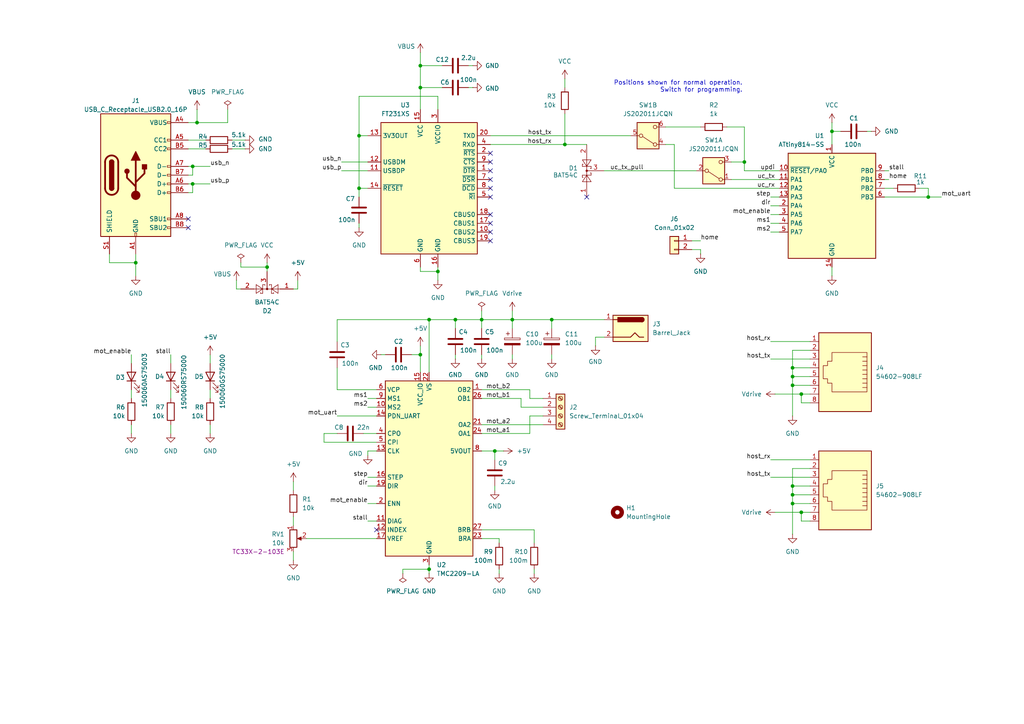
<source format=kicad_sch>
(kicad_sch (version 20231120) (generator "eeschema") (generator_version "8.0")
  (paper "A4")
  (lib_symbols
    (symbol "Connector:Barrel_Jack" (pin_names (offset 1.016))
      (property "Reference" "J" (at 0 5.334 0))
      (property "Value" "Barrel_Jack" (at 0 -5.08 0))
      (symbol "Barrel_Jack_1_1"
        (pin passive line (at 7.62 2.54 180) (length 2.54) (name "~") (number "1"))
        (pin passive line (at 7.62 -2.54 180) (length 2.54) (name "~") (number "2"))
      )
    )
    (symbol "Connector:RJ45" (pin_names (offset 1.016))
      (property "Reference" "J" (at -5.08 13.97 0))
      (property "Value" "RJ45" (at 2.54 13.97 0))
      (symbol "RJ45_1_1"
        (pin passive line (at 10.16 -7.62 180) (length 2.54) (name "~") (number "1"))
        (pin passive line (at 10.16 -5.08 180) (length 2.54) (name "~") (number "2"))
        (pin passive line (at 10.16 -2.54 180) (length 2.54) (name "~") (number "3"))
        (pin passive line (at 10.16 0 180) (length 2.54) (name "~") (number "4"))
        (pin passive line (at 10.16 2.54 180) (length 2.54) (name "~") (number "5"))
        (pin passive line (at 10.16 5.08 180) (length 2.54) (name "~") (number "6"))
        (pin passive line (at 10.16 7.62 180) (length 2.54) (name "~") (number "7"))
        (pin passive line (at 10.16 10.16 180) (length 2.54) (name "~") (number "8"))
      )
    )
    (symbol "Connector:Screw_Terminal_01x04" (pin_names (offset 1.016) hide)
      (property "Reference" "J" (at 0 5.08 0))
      (property "Value" "Screw_Terminal_01x04" (at 0 -7.62 0))
      (symbol "Screw_Terminal_01x04_1_1"
        (pin passive line (at -5.08 2.54 0) (length 3.81) (name "Pin_1") (number "1"))
        (pin passive line (at -5.08 0 0) (length 3.81) (name "Pin_2") (number "2"))
        (pin passive line (at -5.08 -2.54 0) (length 3.81) (name "Pin_3") (number "3"))
        (pin passive line (at -5.08 -5.08 0) (length 3.81) (name "Pin_4") (number "4"))
      )
    )
    (symbol "Connector:USB_C_Receptacle_USB2.0_16P" (pin_names (offset 1.016))
      (property "Reference" "J" (at 0 22.225 0))
      (property "Value" "USB_C_Receptacle_USB2.0_16P" (at 0 19.685 0))
      (symbol "USB_C_Receptacle_USB2.0_16P_1_1"
        (pin passive line (at 0 -22.86 90) (length 5.08) (name "GND") (number "A1"))
        (pin passive line (at 0 -22.86 90) (length 5.08) hide (name "GND") (number "A12"))
        (pin passive line (at 15.24 15.24 180) (length 5.08) (name "VBUS") (number "A4"))
        (pin bidirectional line (at 15.24 10.16 180) (length 5.08) (name "CC1") (number "A5"))
        (pin bidirectional line (at 15.24 -2.54 180) (length 5.08) (name "D+") (number "A6"))
        (pin bidirectional line (at 15.24 2.54 180) (length 5.08) (name "D-") (number "A7"))
        (pin bidirectional line (at 15.24 -12.7 180) (length 5.08) (name "SBU1") (number "A8"))
        (pin passive line (at 15.24 15.24 180) (length 5.08) hide (name "VBUS") (number "A9"))
        (pin passive line (at 0 -22.86 90) (length 5.08) hide (name "GND") (number "B1"))
        (pin passive line (at 0 -22.86 90) (length 5.08) hide (name "GND") (number "B12"))
        (pin passive line (at 15.24 15.24 180) (length 5.08) hide (name "VBUS") (number "B4"))
        (pin bidirectional line (at 15.24 7.62 180) (length 5.08) (name "CC2") (number "B5"))
        (pin bidirectional line (at 15.24 -5.08 180) (length 5.08) (name "D+") (number "B6"))
        (pin bidirectional line (at 15.24 0 180) (length 5.08) (name "D-") (number "B7"))
        (pin bidirectional line (at 15.24 -15.24 180) (length 5.08) (name "SBU2") (number "B8"))
        (pin passive line (at 15.24 15.24 180) (length 5.08) hide (name "VBUS") (number "B9"))
        (pin passive line (at -7.62 -22.86 90) (length 5.08) (name "SHIELD") (number "S1"))
      )
    )
    (symbol "Connector_Generic:Conn_01x02" (pin_names (offset 1.016) hide)
      (property "Reference" "J" (at 0 2.54 0))
      (property "Value" "Conn_01x02" (at 0 -5.08 0))
      (symbol "Conn_01x02_1_1"
        (pin passive line (at -5.08 0 0) (length 3.81) (name "Pin_1") (number "1"))
        (pin passive line (at -5.08 -2.54 0) (length 3.81) (name "Pin_2") (number "2"))
      )
    )
    (symbol "Device:C" (pin_numbers hide) (pin_names (offset 0.254))
      (property "Reference" "C" (at 0.635 2.54 0))
      (property "Value" "C" (at 0.635 -2.54 0))
      (symbol "C_1_1"
        (pin passive line (at 0 3.81 270) (length 2.794) (name "~") (number "1"))
        (pin passive line (at 0 -3.81 90) (length 2.794) (name "~") (number "2"))
      )
    )
    (symbol "Device:C_Polarized" (pin_numbers hide) (pin_names (offset 0.254))
      (property "Reference" "C" (at 0.635 2.54 0))
      (property "Value" "C_Polarized" (at 0.635 -2.54 0))
      (symbol "C_Polarized_1_1"
        (pin passive line (at 0 3.81 270) (length 2.794) (name "~") (number "1"))
        (pin passive line (at 0 -3.81 90) (length 2.794) (name "~") (number "2"))
      )
    )
    (symbol "Device:LED" (pin_numbers hide) (pin_names (offset 1.016) hide)
      (property "Reference" "D" (at 0 2.54 0))
      (property "Value" "LED" (at 0 -2.54 0))
      (symbol "LED_1_1"
        (pin passive line (at -3.81 0 0) (length 2.54) (name "K") (number "1"))
        (pin passive line (at 3.81 0 180) (length 2.54) (name "A") (number "2"))
      )
    )
    (symbol "Device:R" (pin_numbers hide) (pin_names (offset 0))
      (property "Reference" "R" (at 2.032 0 90))
      (property "Value" "R" (at 0 0 90))
      (symbol "R_1_1"
        (pin passive line (at 0 3.81 270) (length 1.27) (name "~") (number "1"))
        (pin passive line (at 0 -3.81 90) (length 1.27) (name "~") (number "2"))
      )
    )
    (symbol "Device:R_Potentiometer" (pin_names (offset 1.016) hide)
      (property "Reference" "RV" (at -4.445 0 90))
      (property "Value" "R_Potentiometer" (at -2.54 0 90))
      (symbol "R_Potentiometer_1_1"
        (pin passive line (at 0 3.81 270) (length 1.27) (name "1") (number "1"))
        (pin passive line (at 3.81 0 180) (length 1.27) (name "2") (number "2"))
        (pin passive line (at 0 -3.81 90) (length 1.27) (name "3") (number "3"))
      )
    )
    (symbol "Diode:BAT54C" (pin_names (offset 1.016))
      (property "Reference" "D" (at 0.635 -3.81 0))
      (property "Value" "BAT54C" (at -6.35 3.175 0))
      (symbol "BAT54C_1_1"
        (pin passive line (at -7.62 0 0) (length 3.81) (name "~") (number "1"))
        (pin passive line (at 7.62 0 180) (length 3.81) (name "~") (number "2"))
        (pin passive line (at 0 -5.08 90) (length 5.08) (name "~") (number "3"))
      )
    )
    (symbol "Driver_Motor:TMC2208-LA"
      (property "Reference" "U2" (at 2.1941 -27.94 0))
      (property "Value" "TMC2208-LA" (at 2.1941 -30.48 0))
      (symbol "TMC2208-LA_1_1"
        (pin output line (at 15.24 22.86 180) (length 2.54) (name "OB2") (number "1"))
        (pin input line (at -15.24 17.78 0) (length 2.54) (name "MS2") (number "10"))
        (pin output line (at -15.24 -15.24 0) (length 2.54) (name "DIAG") (number "11"))
        (pin output line (at -15.24 -17.78 0) (length 2.54) (name "INDEX") (number "12"))
        (pin input line (at -15.24 5.08 0) (length 2.54) (name "CLK") (number "13"))
        (pin bidirectional line (at -15.24 15.24 0) (length 2.54) (name "PDN_UART") (number "14"))
        (pin power_in line (at -2.54 27.94 270) (length 2.54) (name "VCC_IO") (number "15"))
        (pin input line (at -15.24 -2.54 0) (length 2.54) (name "STEP") (number "16"))
        (pin input line (at -15.24 -20.32 0) (length 2.54) (name "VREF") (number "17"))
        (pin passive line (at 0 -27.94 90) (length 2.54) hide (name "GND") (number "18"))
        (pin input line (at -15.24 -5.08 0) (length 2.54) (name "DIR") (number "19"))
        (pin input line (at -15.24 -10.16 0) (length 2.54) (name "ENN") (number "2"))
        (pin no_connect line (at 12.7 -2.54 180) (length 2.54) hide (name "NC") (number "20"))
        (pin output line (at 15.24 12.7 180) (length 2.54) (name "OA2") (number "21"))
        (pin power_in line (at 0 27.94 270) (length 2.54) (name "VS") (number "22"))
        (pin passive line (at 15.24 -20.32 180) (length 2.54) (name "BRA") (number "23"))
        (pin output line (at 15.24 10.16 180) (length 2.54) (name "OA1") (number "24"))
        (pin no_connect line (at 12.7 0 180) (length 2.54) hide (name "NC") (number "25"))
        (pin output line (at 15.24 20.32 180) (length 2.54) (name "OB1") (number "26"))
        (pin passive line (at 15.24 -17.78 180) (length 2.54) (name "BRB") (number "27"))
        (pin passive line (at 0 27.94 270) (length 2.54) hide (name "VS") (number "28"))
        (pin passive line (at 0 -27.94 90) (length 2.54) hide (name "EP") (number "29"))
        (pin power_in line (at 0 -27.94 90) (length 2.54) (name "GND") (number "3"))
        (pin passive line (at -15.24 10.16 0) (length 2.54) (name "CPO") (number "4"))
        (pin passive line (at -15.24 7.62 0) (length 2.54) (name "CPI") (number "5"))
        (pin passive line (at -15.24 22.86 0) (length 2.54) (name "VCP") (number "6"))
        (pin no_connect line (at 12.7 -5.08 180) (length 2.54) hide (name "NC") (number "7"))
        (pin power_out line (at 15.24 5.08 180) (length 2.54) (name "5VOUT") (number "8"))
        (pin input line (at -15.24 20.32 0) (length 2.54) (name "MS1") (number "9"))
      )
    )
    (symbol "Interface_USB:FT231XS"
      (property "Reference" "U" (at -13.97 20.32 0))
      (property "Value" "FT231XS" (at 7.62 20.32 0))
      (symbol "FT231XS_1_1"
        (pin output line (at 17.78 5.08 180) (length 3.81) (name "~{DTR}") (number "1"))
        (pin bidirectional line (at 17.78 -12.7 180) (length 3.81) (name "CBUS2") (number "10"))
        (pin bidirectional line (at -17.78 5.08 0) (length 3.81) (name "USBDP") (number "11"))
        (pin bidirectional line (at -17.78 7.62 0) (length 3.81) (name "USBDM") (number "12"))
        (pin power_out line (at -17.78 15.24 0) (length 3.81) (name "3V3OUT") (number "13"))
        (pin input line (at -17.78 0 0) (length 3.81) (name "~{RESET}") (number "14"))
        (pin power_in line (at -2.54 22.86 270) (length 3.81) (name "VCC") (number "15"))
        (pin power_in line (at 2.54 -22.86 90) (length 3.81) (name "GND") (number "16"))
        (pin bidirectional line (at 17.78 -10.16 180) (length 3.81) (name "CBUS1") (number "17"))
        (pin bidirectional line (at 17.78 -7.62 180) (length 3.81) (name "CBUS0") (number "18"))
        (pin bidirectional line (at 17.78 -15.24 180) (length 3.81) (name "CBUS3") (number "19"))
        (pin output line (at 17.78 10.16 180) (length 3.81) (name "~{RTS}") (number "2"))
        (pin output line (at 17.78 15.24 180) (length 3.81) (name "TXD") (number "20"))
        (pin power_in line (at 2.54 22.86 270) (length 3.81) (name "VCCIO") (number "3"))
        (pin input line (at 17.78 12.7 180) (length 3.81) (name "RXD") (number "4"))
        (pin input line (at 17.78 -2.54 180) (length 3.81) (name "~{RI}") (number "5"))
        (pin power_in line (at -2.54 -22.86 90) (length 3.81) (name "GND") (number "6"))
        (pin input line (at 17.78 2.54 180) (length 3.81) (name "~{DSR}") (number "7"))
        (pin input line (at 17.78 0 180) (length 3.81) (name "~{DCD}") (number "8"))
        (pin input line (at 17.78 7.62 180) (length 3.81) (name "~{CTS}") (number "9"))
      )
    )
    (symbol "MCU_Microchip_ATtiny:ATtiny814-SS"
      (property "Reference" "U" (at -12.7 16.51 0))
      (property "Value" "ATtiny814-SS" (at 2.54 -16.51 0))
      (symbol "ATtiny814-SS_1_1"
        (pin power_in line (at 0 17.78 270) (length 2.54) (name "VCC") (number "1"))
        (pin bidirectional line (at 15.24 10.16 180) (length 2.54) (name "~{RESET}/PA0") (number "10"))
        (pin bidirectional line (at 15.24 7.62 180) (length 2.54) (name "PA1") (number "11"))
        (pin bidirectional line (at 15.24 5.08 180) (length 2.54) (name "PA2") (number "12"))
        (pin bidirectional line (at 15.24 2.54 180) (length 2.54) (name "PA3") (number "13"))
        (pin power_in line (at 0 -17.78 90) (length 2.54) (name "GND") (number "14"))
        (pin bidirectional line (at 15.24 0 180) (length 2.54) (name "PA4") (number "2"))
        (pin bidirectional line (at 15.24 -2.54 180) (length 2.54) (name "PA5") (number "3"))
        (pin bidirectional line (at 15.24 -5.08 180) (length 2.54) (name "PA6") (number "4"))
        (pin bidirectional line (at 15.24 -7.62 180) (length 2.54) (name "PA7") (number "5"))
        (pin bidirectional line (at -15.24 2.54 0) (length 2.54) (name "PB3") (number "6"))
        (pin bidirectional line (at -15.24 5.08 0) (length 2.54) (name "PB2") (number "7"))
        (pin bidirectional line (at -15.24 7.62 0) (length 2.54) (name "PB1") (number "8"))
        (pin bidirectional line (at -15.24 10.16 0) (length 2.54) (name "PB0") (number "9"))
      )
    )
    (symbol "Mechanical:MountingHole" (pin_names (offset 1.016)) (exclude_from_sim yes) (in_bom no)
      (property "Reference" "H" (at 0 5.08 0))
      (property "Value" "MountingHole" (at 0 3.175 0))
    )
    (symbol "Switch:SW_DPDT_x2" (pin_names (offset 0) hide)
      (property "Reference" "SW" (at 0 5.08 0))
      (property "Value" "SW_DPDT_x2" (at 0 -5.08 0))
      (symbol "SW_DPDT_x2_1_1"
        (pin passive line (at 5.08 2.54 180) (length 2.54) (name "A") (number "1"))
        (pin passive line (at -5.08 0 0) (length 2.54) (name "B") (number "2"))
        (pin passive line (at 5.08 -2.54 180) (length 2.54) (name "C") (number "3"))
      )
      (symbol "SW_DPDT_x2_2_1"
        (pin passive line (at 5.08 2.54 180) (length 2.54) (name "A") (number "4"))
        (pin passive line (at -5.08 0 0) (length 2.54) (name "B") (number "5"))
        (pin passive line (at 5.08 -2.54 180) (length 2.54) (name "C") (number "6"))
      )
    )
    (symbol "power:+5V" (power) (pin_numbers hide) (pin_names (offset 0) hide)
      (property "Value" "+5V" (at 0 3.556 0))
      (symbol "+5V_1_1"
        (pin power_in line (at 0 0 90) (length 0) (name "~") (number "1"))
      )
    )
    (symbol "power:GND" (power) (pin_numbers hide) (pin_names (offset 0) hide)
      (property "Value" "GND" (at 0 -3.81 0))
      (symbol "GND_1_1"
        (pin power_in line (at 0 0 270) (length 0) (name "~") (number "1"))
      )
    )
    (symbol "power:PWR_FLAG" (power) (pin_numbers hide) (pin_names (offset 0) hide)
      (property "Value" "PWR_FLAG" (at 0 3.81 0))
      (symbol "PWR_FLAG_0_0"
        (pin power_out line (at 0 0 90) (length 0) (name "~") (number "1"))
      )
    )
    (symbol "power:VBUS" (power) (pin_numbers hide) (pin_names (offset 0) hide)
      (property "Value" "VBUS" (at 0 3.556 0))
      (symbol "VBUS_1_1"
        (pin power_in line (at 0 0 90) (length 0) (name "~") (number "1"))
      )
    )
    (symbol "power:VCC" (power) (pin_numbers hide) (pin_names (offset 0) hide)
      (property "Value" "VCC" (at 0 3.556 0))
      (symbol "VCC_1_1"
        (pin power_in line (at 0 0 90) (length 0) (name "~") (number "1"))
      )
    )
    (symbol "power:Vdrive" (power) (pin_numbers hide) (pin_names (offset 0) hide)
      (property "Value" "Vdrive" (at 0 3.556 0))
      (symbol "Vdrive_1_1"
        (pin power_in line (at 0 0 90) (length 0) (name "~") (number "1"))
      )
    )
  )
  (junction (at 229.87 140.97))
  (junction (at 229.87 111.76))
  (junction (at 143.51 130.81))
  (junction (at 121.92 25.4))
  (junction (at 132.08 92.71))
  (junction (at 121.92 19.05))
  (junction (at 57.15 35.56))
  (junction (at 124.46 165.1))
  (junction (at 215.9 46.99))
  (junction (at 148.59 92.71))
  (junction (at 127 78.74))
  (junction (at 232.41 114.3))
  (junction (at 229.87 106.68))
  (junction (at 39.37 76.2))
  (junction (at 104.14 54.61))
  (junction (at 269.24 57.15))
  (junction (at 55.88 53.34))
  (junction (at 55.88 48.26))
  (junction (at 124.46 92.71))
  (junction (at 232.41 148.59))
  (junction (at 163.83 41.91))
  (junction (at 229.87 146.05))
  (junction (at 121.92 102.87))
  (junction (at 77.47 77.47))
  (junction (at 160.02 92.71))
  (junction (at 139.7 92.71))
  (junction (at 229.87 109.22))
  (junction (at 241.3 38.1))
  (junction (at 104.14 39.37))
  (junction (at 229.87 143.51))
  (no_connect (at 142.24 44.45))
  (no_connect (at 142.24 57.15))
  (no_connect (at 142.24 62.23))
  (no_connect (at 142.24 49.53))
  (no_connect (at 54.61 66.04))
  (no_connect (at 142.24 46.99))
  (no_connect (at 142.24 64.77))
  (no_connect (at 170.18 57.15))
  (no_connect (at 109.22 153.67))
  (no_connect (at 142.24 67.31))
  (no_connect (at 142.24 69.85))
  (no_connect (at 142.24 52.07))
  (no_connect (at 142.24 54.61))
  (no_connect (at 54.61 63.5))
  (wire (pts (xy 175.26 97.79) (xy 172.72 97.79)))
  (wire (pts (xy 144.78 156.21) (xy 139.7 156.21)))
  (wire (pts (xy 106.68 39.37) (xy 104.14 39.37)))
  (wire (pts (xy 128.27 25.4) (xy 121.92 25.4)))
  (wire (pts (xy 163.83 41.91) (xy 163.83 33.02)))
  (wire (pts (xy 234.95 101.6) (xy 229.87 101.6)))
  (wire (pts (xy 241.3 38.1) (xy 241.3 41.91)))
  (wire (pts (xy 148.59 92.71) (xy 160.02 92.71)))
  (wire (pts (xy 57.15 35.56) (xy 57.15 31.75)))
  (wire (pts (xy 106.68 138.43) (xy 109.22 138.43)))
  (wire (pts (xy 157.48 118.11) (xy 151.13 118.11)))
  (wire (pts (xy 106.68 115.57) (xy 109.22 115.57)))
  (wire (pts (xy 124.46 92.71) (xy 124.46 107.95)))
  (wire (pts (xy 77.47 77.47) (xy 77.47 76.2)))
  (wire (pts (xy 234.95 151.13) (xy 232.41 151.13)))
  (wire (pts (xy 148.59 102.87) (xy 148.59 104.14)))
  (wire (pts (xy 119.38 102.87) (xy 121.92 102.87)))
  (wire (pts (xy 124.46 165.1) (xy 124.46 166.37)))
  (wire (pts (xy 151.13 115.57) (xy 139.7 115.57)))
  (wire (pts (xy 223.52 104.14) (xy 234.95 104.14)))
  (wire (pts (xy 55.88 48.26) (xy 60.96 48.26)))
  (wire (pts (xy 203.2 36.83) (xy 193.04 36.83)))
  (wire (pts (xy 54.61 35.56) (xy 57.15 35.56)))
  (wire (pts (xy 116.84 165.1) (xy 124.46 165.1)))
  (wire (pts (xy 182.88 39.37) (xy 142.24 39.37)))
  (wire (pts (xy 144.78 157.48) (xy 144.78 156.21)))
  (wire (pts (xy 153.67 125.73) (xy 139.7 125.73)))
  (wire (pts (xy 223.52 62.23) (xy 226.06 62.23)))
  (wire (pts (xy 38.1 113.03) (xy 38.1 115.57)))
  (wire (pts (xy 106.68 49.53) (xy 99.06 49.53)))
  (wire (pts (xy 137.16 25.4) (xy 135.89 25.4)))
  (wire (pts (xy 104.14 54.61) (xy 106.68 54.61)))
  (wire (pts (xy 67.31 40.64) (xy 71.12 40.64)))
  (wire (pts (xy 132.08 95.25) (xy 132.08 92.71)))
  (wire (pts (xy 66.04 35.56) (xy 57.15 35.56)))
  (wire (pts (xy 69.85 76.2) (xy 69.85 77.47)))
  (wire (pts (xy 132.08 102.87) (xy 132.08 104.14)))
  (wire (pts (xy 66.04 31.75) (xy 66.04 35.56)))
  (wire (pts (xy 106.68 140.97) (xy 109.22 140.97)))
  (wire (pts (xy 121.92 15.24) (xy 121.92 19.05)))
  (wire (pts (xy 121.92 100.33) (xy 121.92 102.87)))
  (wire (pts (xy 97.79 113.03) (xy 109.22 113.03)))
  (wire (pts (xy 142.24 41.91) (xy 163.83 41.91)))
  (wire (pts (xy 148.59 90.17) (xy 148.59 92.71)))
  (wire (pts (xy 85.09 149.86) (xy 85.09 152.4)))
  (wire (pts (xy 139.7 113.03) (xy 153.67 113.03)))
  (wire (pts (xy 55.88 53.34) (xy 55.88 55.88)))
  (wire (pts (xy 104.14 27.94) (xy 104.14 39.37)))
  (wire (pts (xy 223.52 138.43) (xy 234.95 138.43)))
  (wire (pts (xy 69.85 77.47) (xy 77.47 77.47)))
  (wire (pts (xy 229.87 146.05) (xy 229.87 154.94)))
  (wire (pts (xy 127 27.94) (xy 104.14 27.94)))
  (wire (pts (xy 203.2 72.39) (xy 203.2 73.66)))
  (wire (pts (xy 226.06 52.07) (xy 212.09 52.07)))
  (wire (pts (xy 60.96 102.87) (xy 60.96 105.41)))
  (wire (pts (xy 67.31 43.18) (xy 71.12 43.18)))
  (wire (pts (xy 241.3 35.56) (xy 241.3 38.1)))
  (wire (pts (xy 104.14 66.04) (xy 104.14 64.77)))
  (wire (pts (xy 201.93 49.53) (xy 175.26 49.53)))
  (wire (pts (xy 127 77.47) (xy 127 78.74)))
  (wire (pts (xy 128.27 19.05) (xy 121.92 19.05)))
  (wire (pts (xy 106.68 118.11) (xy 109.22 118.11)))
  (wire (pts (xy 60.96 113.03) (xy 60.96 115.57)))
  (wire (pts (xy 232.41 116.84) (xy 232.41 114.3)))
  (wire (pts (xy 54.61 53.34) (xy 55.88 53.34)))
  (wire (pts (xy 223.52 64.77) (xy 226.06 64.77)))
  (wire (pts (xy 266.7 54.61) (xy 269.24 54.61)))
  (wire (pts (xy 31.75 76.2) (xy 39.37 76.2)))
  (wire (pts (xy 224.79 148.59) (xy 232.41 148.59)))
  (wire (pts (xy 97.79 125.73) (xy 93.98 125.73)))
  (wire (pts (xy 215.9 49.53) (xy 215.9 46.99)))
  (wire (pts (xy 106.68 151.13) (xy 109.22 151.13)))
  (wire (pts (xy 121.92 78.74) (xy 127 78.74)))
  (wire (pts (xy 148.59 92.71) (xy 139.7 92.71)))
  (wire (pts (xy 105.41 125.73) (xy 109.22 125.73)))
  (wire (pts (xy 241.3 77.47) (xy 241.3 80.01)))
  (wire (pts (xy 110.49 102.87) (xy 111.76 102.87)))
  (wire (pts (xy 229.87 109.22) (xy 234.95 109.22)))
  (wire (pts (xy 234.95 135.89) (xy 229.87 135.89)))
  (wire (pts (xy 200.66 72.39) (xy 203.2 72.39)))
  (wire (pts (xy 223.52 57.15) (xy 226.06 57.15)))
  (wire (pts (xy 229.87 140.97) (xy 234.95 140.97)))
  (wire (pts (xy 97.79 106.68) (xy 97.79 113.03)))
  (wire (pts (xy 97.79 99.06) (xy 97.79 92.71)))
  (wire (pts (xy 256.54 49.53) (xy 257.81 49.53)))
  (wire (pts (xy 229.87 106.68) (xy 234.95 106.68)))
  (wire (pts (xy 55.88 55.88) (xy 54.61 55.88)))
  (wire (pts (xy 139.7 95.25) (xy 139.7 92.71)))
  (wire (pts (xy 60.96 123.19) (xy 60.96 125.73)))
  (wire (pts (xy 139.7 130.81) (xy 143.51 130.81)))
  (wire (pts (xy 151.13 118.11) (xy 151.13 115.57)))
  (wire (pts (xy 31.75 73.66) (xy 31.75 76.2)))
  (wire (pts (xy 215.9 36.83) (xy 210.82 36.83)))
  (wire (pts (xy 160.02 92.71) (xy 175.26 92.71)))
  (wire (pts (xy 229.87 106.68) (xy 229.87 109.22)))
  (wire (pts (xy 38.1 102.87) (xy 38.1 105.41)))
  (wire (pts (xy 139.7 90.17) (xy 139.7 92.71)))
  (wire (pts (xy 88.9 156.21) (xy 109.22 156.21)))
  (wire (pts (xy 116.84 166.37) (xy 116.84 165.1)))
  (wire (pts (xy 200.66 69.85) (xy 203.2 69.85)))
  (wire (pts (xy 229.87 111.76) (xy 234.95 111.76)))
  (wire (pts (xy 106.68 46.99) (xy 99.06 46.99)))
  (wire (pts (xy 229.87 146.05) (xy 234.95 146.05)))
  (wire (pts (xy 234.95 116.84) (xy 232.41 116.84)))
  (wire (pts (xy 153.67 115.57) (xy 157.48 115.57)))
  (wire (pts (xy 160.02 102.87) (xy 160.02 104.14)))
  (wire (pts (xy 39.37 76.2) (xy 39.37 73.66)))
  (wire (pts (xy 55.88 48.26) (xy 55.88 50.8)))
  (wire (pts (xy 49.53 102.87) (xy 49.53 105.41)))
  (wire (pts (xy 154.94 157.48) (xy 154.94 153.67)))
  (wire (pts (xy 146.05 130.81) (xy 143.51 130.81)))
  (wire (pts (xy 139.7 102.87) (xy 139.7 104.14)))
  (wire (pts (xy 224.79 114.3) (xy 232.41 114.3)))
  (wire (pts (xy 54.61 43.18) (xy 59.69 43.18)))
  (wire (pts (xy 106.68 130.81) (xy 106.68 132.08)))
  (wire (pts (xy 229.87 143.51) (xy 234.95 143.51)))
  (wire (pts (xy 229.87 111.76) (xy 229.87 120.65)))
  (wire (pts (xy 93.98 128.27) (xy 109.22 128.27)))
  (wire (pts (xy 229.87 143.51) (xy 229.87 146.05)))
  (wire (pts (xy 121.92 25.4) (xy 121.92 31.75)))
  (wire (pts (xy 153.67 120.65) (xy 153.67 125.73)))
  (wire (pts (xy 229.87 135.89) (xy 229.87 140.97)))
  (wire (pts (xy 256.54 57.15) (xy 269.24 57.15)))
  (wire (pts (xy 39.37 76.2) (xy 39.37 80.01)))
  (wire (pts (xy 154.94 165.1) (xy 154.94 166.37)))
  (wire (pts (xy 85.09 139.7) (xy 85.09 142.24)))
  (wire (pts (xy 154.94 153.67) (xy 139.7 153.67)))
  (wire (pts (xy 121.92 102.87) (xy 121.92 107.95)))
  (wire (pts (xy 55.88 53.34) (xy 60.96 53.34)))
  (wire (pts (xy 93.98 125.73) (xy 93.98 128.27)))
  (wire (pts (xy 163.83 41.91) (xy 170.18 41.91)))
  (wire (pts (xy 215.9 46.99) (xy 212.09 46.99)))
  (wire (pts (xy 124.46 163.83) (xy 124.46 165.1)))
  (wire (pts (xy 195.58 54.61) (xy 195.58 41.91)))
  (wire (pts (xy 97.79 120.65) (xy 109.22 120.65)))
  (wire (pts (xy 54.61 48.26) (xy 55.88 48.26)))
  (wire (pts (xy 160.02 95.25) (xy 160.02 92.71)))
  (wire (pts (xy 85.09 160.02) (xy 85.09 162.56)))
  (wire (pts (xy 104.14 57.15) (xy 104.14 54.61)))
  (wire (pts (xy 77.47 78.74) (xy 77.47 77.47)))
  (wire (pts (xy 226.06 54.61) (xy 195.58 54.61)))
  (wire (pts (xy 229.87 140.97) (xy 229.87 143.51)))
  (wire (pts (xy 54.61 40.64) (xy 59.69 40.64)))
  (wire (pts (xy 223.52 59.69) (xy 226.06 59.69)))
  (wire (pts (xy 232.41 114.3) (xy 234.95 114.3)))
  (wire (pts (xy 86.36 83.82) (xy 86.36 81.28)))
  (wire (pts (xy 121.92 19.05) (xy 121.92 25.4)))
  (wire (pts (xy 49.53 123.19) (xy 49.53 125.73)))
  (wire (pts (xy 97.79 92.71) (xy 124.46 92.71)))
  (wire (pts (xy 226.06 49.53) (xy 215.9 49.53)))
  (wire (pts (xy 106.68 146.05) (xy 109.22 146.05)))
  (wire (pts (xy 38.1 123.19) (xy 38.1 125.73)))
  (wire (pts (xy 243.84 38.1) (xy 241.3 38.1)))
  (wire (pts (xy 68.58 81.28) (xy 68.58 83.82)))
  (wire (pts (xy 153.67 120.65) (xy 157.48 120.65)))
  (wire (pts (xy 121.92 77.47) (xy 121.92 78.74)))
  (wire (pts (xy 127 31.75) (xy 127 27.94)))
  (wire (pts (xy 139.7 123.19) (xy 157.48 123.19)))
  (wire (pts (xy 104.14 39.37) (xy 104.14 54.61)))
  (wire (pts (xy 252.73 38.1) (xy 251.46 38.1)))
  (wire (pts (xy 256.54 54.61) (xy 259.08 54.61)))
  (wire (pts (xy 109.22 130.81) (xy 106.68 130.81)))
  (wire (pts (xy 132.08 92.71) (xy 124.46 92.71)))
  (wire (pts (xy 55.88 50.8) (xy 54.61 50.8)))
  (wire (pts (xy 223.52 67.31) (xy 226.06 67.31)))
  (wire (pts (xy 215.9 46.99) (xy 215.9 36.83)))
  (wire (pts (xy 269.24 57.15) (xy 273.05 57.15)))
  (wire (pts (xy 269.24 54.61) (xy 269.24 57.15)))
  (wire (pts (xy 144.78 165.1) (xy 144.78 166.37)))
  (wire (pts (xy 143.51 142.24) (xy 143.51 140.97)))
  (wire (pts (xy 153.67 113.03) (xy 153.67 115.57)))
  (wire (pts (xy 139.7 92.71) (xy 132.08 92.71)))
  (wire (pts (xy 148.59 95.25) (xy 148.59 92.71)))
  (wire (pts (xy 49.53 113.03) (xy 49.53 115.57)))
  (wire (pts (xy 85.09 83.82) (xy 86.36 83.82)))
  (wire (pts (xy 232.41 151.13) (xy 232.41 148.59)))
  (wire (pts (xy 143.51 133.35) (xy 143.51 130.81)))
  (wire (pts (xy 163.83 22.86) (xy 163.83 25.4)))
  (wire (pts (xy 229.87 101.6) (xy 229.87 106.68)))
  (wire (pts (xy 69.85 83.82) (xy 68.58 83.82)))
  (wire (pts (xy 223.52 99.06) (xy 234.95 99.06)))
  (wire (pts (xy 172.72 97.79) (xy 172.72 100.33)))
  (wire (pts (xy 229.87 109.22) (xy 229.87 111.76)))
  (wire (pts (xy 256.54 52.07) (xy 257.81 52.07)))
  (wire (pts (xy 195.58 41.91) (xy 193.04 41.91)))
  (wire (pts (xy 127 78.74) (xy 127 81.28)))
  (wire (pts (xy 223.52 133.35) (xy 234.95 133.35)))
  (wire (pts (xy 137.16 19.05) (xy 135.89 19.05)))
  (wire (pts (xy 232.41 148.59) (xy 234.95 148.59)))
  (text "Positions shown for normal operation.\nSwitch for programming." (at 215.392 25.146 0) (effects (font (size 1.27 1.27)) (justify right)))
  (label "mot_b2" (at 140.97 113.03 0))
  (label "ms2" (at 106.68 118.11 180))
  (label "host_tx" (at 223.52 138.43 180))
  (label "ms1" (at 223.52 64.77 180))
  (label "usb_p" (at 60.96 53.34 0))
  (label "updi" (at 224.79 49.53 180))
  (label "home" (at 203.2 69.85 0))
  (label "stall" (at 106.68 151.13 180))
  (label "uc_tx" (at 224.79 52.07 180))
  (label "home" (at 257.81 52.07 0))
  (label "mot_uart" (at 97.79 120.65 180))
  (label "mot_enable" (at 106.68 146.05 180))
  (label "mot_enable" (at 223.52 62.23 180))
  (label "usb_n" (at 60.96 48.26 0))
  (label "uc_tx_pull" (at 186.69 49.53 180))
  (label "host_tx" (at 223.52 104.14 180))
  (label "host_rx" (at 160.02 41.91 180))
  (label "mot_a2" (at 140.97 123.19 0))
  (label "stall" (at 49.53 102.87 180))
  (label "host_rx" (at 223.52 99.06 180))
  (label "host_rx" (at 223.52 133.35 180))
  (label "step" (at 106.68 138.43 180))
  (label "step" (at 223.52 57.15 180))
  (label "mot_uart" (at 273.05 57.15 0))
  (label "ms2" (at 223.52 67.31 180))
  (label "mot_b1" (at 140.97 115.57 0))
  (label "host_tx" (at 160.02 39.37 180))
  (label "mot_enable" (at 38.1 102.87 180))
  (label "ms1" (at 106.68 115.57 180))
  (label "usb_p" (at 99.06 49.53 180))
  (label "dir" (at 223.52 59.69 180))
  (label "usb_n" (at 99.06 46.99 180))
  (label "dir" (at 106.68 140.97 180))
  (label "stall" (at 257.81 49.53 0))
  (label "mot_a1" (at 140.97 125.73 0))
  (label "uc_rx" (at 224.79 54.61 180))
  (symbol (lib_id "power:VBUS") (at 121.92 15.24 0) (mirror y) (unit 1)
    (property "Reference" "#PWR013" (effects (hide yes)))
    (property "Value" "VBUS" (at 117.856 13.462 0))
    (property "Description" "Power symbol creates a global label with name \"VBUS\"" (effects (hide yes)))
  )
  (symbol (lib_id "power:VCC") (at 77.47 76.2 0) (unit 1)
    (property "Reference" "#PWR01" (effects (hide yes)))
    (property "Value" "VCC" (at 77.47 71.12 0))
    (property "Description" "Power symbol creates a global label with name \"VCC\"" (effects (hide yes)))
  )
  (symbol (lib_id "Connector:Barrel_Jack") (at 182.88 95.25 0) (mirror y) (unit 1)
    (property "Reference" "J3" (at 189.23 93.9799 0) (effects (justify right)))
    (property "Value" "Barrel_Jack" (at 189.23 96.5199 0) (effects (justify right)))
    (property "Footprint" "Connector_BarrelJack:BarrelJack_CUI_PJ-079BH_Horizontal" (effects (hide yes)))
    (property "Description" "DC Barrel Jack" (effects (hide yes)))
  )
  (symbol (lib_id "Connector:USB_C_Receptacle_USB2.0_16P") (at 39.37 50.8 0) (unit 1)
    (property "Reference" "J1" (at 39.37 29.21 0))
    (property "Value" "USB_C_Receptacle_USB2.0_16P" (at 39.37 31.75 0))
    (property "Footprint" "Connector_USB:USB_C_Receptacle_GCT_USB4105-xx-A_16P_TopMnt_Horizontal" (effects (hide yes)))
    (property "Datasheet" "https://www.usb.org/sites/default/files/documents/usb_type-c.zip" (effects (hide yes)))
    (property "Description" "USB 2.0-only 16P Type-C Receptacle connector" (effects (hide yes)))
  )
  (symbol (lib_id "Diode:BAT54C") (at 77.47 83.82 180) (unit 1)
    (property "Reference" "D2" (at 77.47 90.17 0))
    (property "Value" "BAT54C" (at 77.47 87.63 0))
    (property "Footprint" "Package_TO_SOT_SMD:SOT-23" (effects (hide yes)))
    (property "Datasheet" "http://www.diodes.com/_files/datasheets/ds11005.pdf" (effects (hide yes)))
    (property "Description" "dual schottky barrier diode, common cathode" (effects (hide yes)))
  )
  (symbol (lib_id "power:GND") (at 229.87 120.65 0) (mirror y) (unit 1)
    (property "Reference" "#PWR033" (effects (hide yes)))
    (property "Value" "GND" (at 229.87 125.73 0))
    (property "Description" "Power symbol creates a global label with name \"GND\" , ground" (effects (hide yes)))
  )
  (symbol (lib_id "Connector:RJ45") (at 245.11 106.68 180) (unit 1)
    (property "Reference" "J4" (at 254 106.6799 0) (effects (justify right)))
    (property "Value" "54602-908LF" (at 254 109.2199 0) (effects (justify right)))
    (property "Footprint" "Connector_RJ:RJ45_Amphenol_54602-x08_Horizontal" (effects (hide yes)))
    (property "Description" "RJ connector, 8P8C (8 positions 8 connected)" (effects (hide yes)))
  )
  (symbol (lib_id "Interface_USB:FT231XS") (at 124.46 54.61 0) (unit 1)
    (property "Reference" "U3" (at 118.9035 30.48 0) (effects (justify right)))
    (property "Value" "FT231XS" (at 118.9035 33.02 0) (effects (justify right)))
    (property "Footprint" "Package_SO:SSOP-20_3.9x8.7mm_P0.635mm" (effects (hide yes)))
    (property "Datasheet" "https://www.ftdichip.com/Support/Documents/DataSheets/ICs/DS_FT231X.pdf" (effects (hide yes)))
    (property "Description" "Full Speed USB to Full Handshake UART, SSOP-20" (effects (hide yes)))
  )
  (symbol (lib_id "power:GND") (at 60.96 125.73 0) (unit 1)
    (property "Reference" "#PWR023" (effects (hide yes)))
    (property "Value" "GND" (at 60.96 130.81 0))
    (property "Description" "Power symbol creates a global label with name \"GND\" , ground" (effects (hide yes)))
  )
  (symbol (lib_id "power:+5V") (at 146.05 130.81 270) (unit 1)
    (property "Reference" "#PWR02" (effects (hide yes)))
    (property "Value" "+5V" (at 149.86 130.8099 90) (effects (justify left)))
    (property "Description" "Power symbol creates a global label with name \"+5V\"" (effects (hide yes)))
  )
  (symbol (lib_id "power:VBUS") (at 57.15 31.75 0) (mirror y) (unit 1)
    (property "Reference" "#PWR017" (effects (hide yes)))
    (property "Value" "VBUS" (at 57.15 26.67 0))
    (property "Description" "Power symbol creates a global label with name \"VBUS\"" (effects (hide yes)))
  )
  (symbol (lib_id "power:+5V") (at 85.09 139.7 0) (unit 1)
    (property "Reference" "#PWR010" (effects (hide yes)))
    (property "Value" "+5V" (at 85.09 134.62 0))
    (property "Description" "Power symbol creates a global label with name \"+5V\"" (effects (hide yes)))
  )
  (symbol (lib_id "power:Vdrive") (at 224.79 114.3 90) (unit 1)
    (property "Reference" "#PWR032" (effects (hide yes)))
    (property "Value" "Vdrive" (at 220.98 114.2999 90) (effects (justify left)))
    (property "Description" "Power symbol creates a global label with name \"Vdrive\"" (effects (hide yes)))
  )
  (symbol (lib_id "power:VCC") (at 241.3 35.56 0) (unit 1)
    (property "Reference" "#PWR012" (effects (hide yes)))
    (property "Value" "VCC" (at 241.3 30.48 0))
    (property "Description" "Power symbol creates a global label with name \"VCC\"" (effects (hide yes)))
  )
  (symbol (lib_id "power:GND") (at 39.37 80.01 0) (mirror y) (unit 1)
    (property "Reference" "#PWR020" (effects (hide yes)))
    (property "Value" "GND" (at 37.338 85.09 0) (effects (justify right)))
    (property "Description" "Power symbol creates a global label with name \"GND\" , ground" (effects (hide yes)))
  )
  (symbol (lib_id "Device:C") (at 132.08 25.4 270) (mirror x) (unit 1)
    (property "Reference" "C6" (at 129.032 23.876 90))
    (property "Value" "100n" (at 135.89 23.114 90))
    (property "Footprint" "Capacitor_SMD:C_0603_1608Metric_Pad1.08x0.95mm_HandSolder" (effects (hide yes)))
    (property "Description" "Unpolarized capacitor" (effects (hide yes)))
  )
  (symbol (lib_id "power:GND") (at 110.49 102.87 270) (unit 1)
    (property "Reference" "#PWR08" (effects (hide yes)))
    (property "Value" "GND" (at 110.998 106.68 90) (effects (justify right)))
    (property "Description" "Power symbol creates a global label with name \"GND\" , ground" (effects (hide yes)))
  )
  (symbol (lib_id "Device:R") (at 60.96 119.38 0) (mirror y) (unit 1)
    (property "Reference" "R8" (at 59.182 118.11 0) (effects (justify left)))
    (property "Value" "10k" (at 59.182 120.65 0) (effects (justify left)))
    (property "Footprint" "Resistor_SMD:R_0603_1608Metric_Pad0.98x0.95mm_HandSolder" (effects (hide yes)))
    (property "Description" "Resistor" (effects (hide yes)))
  )
  (symbol (lib_id "Device:C") (at 132.08 99.06 180) (unit 1)
    (property "Reference" "C4" (at 134.366 96.266 0))
    (property "Value" "100n" (at 135.89 101.6 0))
    (property "Footprint" "Capacitor_SMD:C_0603_1608Metric_Pad1.08x0.95mm_HandSolder" (effects (hide yes)))
    (property "Description" "Unpolarized capacitor" (effects (hide yes)))
  )
  (symbol (lib_id "power:GND") (at 139.7 104.14 0) (unit 1)
    (property "Reference" "#PWR025" (effects (hide yes)))
    (property "Value" "GND" (at 141.732 108.712 0) (effects (justify right)))
    (property "Description" "Power symbol creates a global label with name \"GND\" , ground" (effects (hide yes)))
  )
  (symbol (lib_id "power:+5V") (at 121.92 100.33 0) (unit 1)
    (property "Reference" "#PWR05" (effects (hide yes)))
    (property "Value" "+5V" (at 121.92 95.25 0))
    (property "Description" "Power symbol creates a global label with name \"+5V\"" (effects (hide yes)))
  )
  (symbol (lib_id "Device:C") (at 143.51 137.16 180) (unit 1)
    (property "Reference" "C9" (at 145.796 134.366 0))
    (property "Value" "2.2u" (at 147.32 139.7 0))
    (property "Footprint" "Capacitor_SMD:C_0603_1608Metric_Pad1.08x0.95mm_HandSolder" (effects (hide yes)))
    (property "Description" "Unpolarized capacitor" (effects (hide yes)))
  )
  (symbol (lib_id "Device:R_Potentiometer") (at 85.09 156.21 0) (unit 1)
    (property "Reference" "RV1" (at 82.55 154.9399 0) (effects (justify right)))
    (property "Value" "10k" (at 82.55 157.4799 0) (effects (justify right)))
    (property "Footprint" "Potentiometer_SMD:Potentiometer_Bourns_TC33X_Vertical" (effects (hide yes)))
    (property "Description" "Potentiometer" (effects (hide yes)))
    (property "MPN" "TC33X-2-103E" (at 82.55 160.02 0) (effects (justify right)))
  )
  (symbol (lib_id "Device:R") (at 144.78 161.29 0) (mirror y) (unit 1)
    (property "Reference" "R9" (at 143.002 160.02 0) (effects (justify left)))
    (property "Value" "100m" (at 143.002 162.56 0) (effects (justify left)))
    (property "Footprint" "Resistor_SMD:R_0805_2012Metric_Pad1.20x1.40mm_HandSolder" (effects (hide yes)))
    (property "Description" "Resistor" (effects (hide yes)))
  )
  (symbol (lib_id "Connector:Screw_Terminal_01x04") (at 162.56 118.11 0) (unit 1)
    (property "Reference" "J2" (at 165.1 118.1099 0) (effects (justify left)))
    (property "Value" "Screw_Terminal_01x04" (at 165.1 120.6499 0) (effects (justify left)))
    (property "Footprint" "TerminalBlock:TerminalBlock_bornier-4_P5.08mm" (effects (hide yes)))
    (property "Description" "Generic screw terminal, single row, 01x04, script generated (kicad-library-utils/schlib/autogen/connector/)" (effects (hide yes)))
  )
  (symbol (lib_id "Switch:SW_DPDT_x2") (at 207.01 49.53 0) (mirror x) (unit 1)
    (property "Reference" "SW1" (at 207.01 40.64 0))
    (property "Value" "JS202011JCQN" (at 207.01 43.18 0))
    (property "Footprint" "Button_Switch_SMD:SW_DPDT_CK_JS202011JCQN" (effects (hide yes)))
    (property "Description" "Switch, dual pole double throw, separate symbols" (effects (hide yes)))
  )
  (symbol (lib_id "power:GND") (at 172.72 100.33 0) (unit 1)
    (property "Reference" "#PWR031" (effects (hide yes)))
    (property "Value" "GND" (at 174.752 104.902 0) (effects (justify right)))
    (property "Description" "Power symbol creates a global label with name \"GND\" , ground" (effects (hide yes)))
  )
  (symbol (lib_id "Device:LED") (at 38.1 109.22 90) (unit 1)
    (property "Reference" "D3" (at 33.528 109.474 90) (effects (justify right)))
    (property "Value" "150060AS75003" (at 41.91 102.362 0) (effects (justify right)))
    (property "Footprint" "LED_SMD:LED_0603_1608Metric_Pad1.05x0.95mm_HandSolder" (effects (hide yes)))
    (property "Description" "Light emitting diode" (effects (hide yes)))
  )
  (symbol (lib_id "MCU_Microchip_ATtiny:ATtiny814-SS") (at 241.3 59.69 0) (mirror y) (unit 1)
    (property "Reference" "U1" (at 239.1059 39.37 0) (effects (justify left)))
    (property "Value" "ATtiny814-SS" (at 239.1059 41.91 0) (effects (justify left)))
    (property "Footprint" "Package_SO:SOIC-14_3.9x8.7mm_P1.27mm" (effects (hide yes)))
    (property "Datasheet" "http://ww1.microchip.com/downloads/en/DeviceDoc/40001912A.pdf" (effects (hide yes)))
    (property "Description" "20MHz, 8kB Flash, 512B SRAM, 128B EEPROM, SOIC-14" (effects (hide yes)))
  )
  (symbol (lib_id "power:GND") (at 124.46 166.37 0) (unit 1)
    (property "Reference" "#PWR03" (effects (hide yes)))
    (property "Value" "GND" (at 124.46 171.45 0))
    (property "Description" "Power symbol creates a global label with name \"GND\" , ground" (effects (hide yes)))
  )
  (symbol (lib_id "power:Vdrive") (at 148.59 90.17 0) (unit 1)
    (property "Reference" "#PWR028" (effects (hide yes)))
    (property "Value" "Vdrive" (at 148.59 85.09 0))
    (property "Description" "Power symbol creates a global label with name \"Vdrive\"" (effects (hide yes)))
  )
  (symbol (lib_id "power:GND") (at 104.14 66.04 0) (mirror y) (unit 1)
    (property "Reference" "#PWR015" (effects (hide yes)))
    (property "Value" "GND" (at 102.108 71.12 0) (effects (justify right)))
    (property "Description" "Power symbol creates a global label with name \"GND\" , ground" (effects (hide yes)))
  )
  (symbol (lib_id "Device:C_Polarized") (at 160.02 99.06 0) (unit 1)
    (property "Reference" "C11" (at 163.83 96.9009 0) (effects (justify left)))
    (property "Value" "100u" (at 163.83 99.4409 0) (effects (justify left)))
    (property "Footprint" "Capacitor_SMD:CP_Elec_6.3x9.9" (effects (hide yes)))
    (property "Description" "Polarized capacitor" (effects (hide yes)))
  )
  (symbol (lib_id "power:GND") (at 143.51 142.24 0) (unit 1)
    (property "Reference" "#PWR09" (effects (hide yes)))
    (property "Value" "GND" (at 145.542 146.812 0) (effects (justify right)))
    (property "Description" "Power symbol creates a global label with name \"GND\" , ground" (effects (hide yes)))
  )
  (symbol (lib_id "power:GND") (at 252.73 38.1 90) (mirror x) (unit 1)
    (property "Reference" "#PWR07" (effects (hide yes)))
    (property "Value" "GND" (at 256.54 38.0999 90) (effects (justify right)))
    (property "Description" "Power symbol creates a global label with name \"GND\" , ground" (effects (hide yes)))
  )
  (symbol (lib_id "Device:C") (at 101.6 125.73 270) (unit 1)
    (property "Reference" "C8" (at 98.298 123.952 90))
    (property "Value" "22n" (at 105.41 123.952 90))
    (property "Footprint" "Capacitor_SMD:C_0603_1608Metric_Pad1.08x0.95mm_HandSolder" (effects (hide yes)))
    (property "Description" "Unpolarized capacitor" (effects (hide yes)))
  )
  (symbol (lib_id "Device:R") (at 163.83 29.21 0) (mirror y) (unit 1)
    (property "Reference" "R3" (at 161.29 27.9399 0) (effects (justify left)))
    (property "Value" "10k" (at 161.29 30.4799 0) (effects (justify left)))
    (property "Footprint" "Resistor_SMD:R_0603_1608Metric_Pad0.98x0.95mm_HandSolder" (effects (hide yes)))
    (property "Description" "Resistor" (effects (hide yes)))
  )
  (symbol (lib_id "Connector:RJ45") (at 245.11 140.97 180) (unit 1)
    (property "Reference" "J5" (at 254 140.9699 0) (effects (justify right)))
    (property "Value" "54602-908LF" (at 254 143.5099 0) (effects (justify right)))
    (property "Footprint" "Connector_RJ:RJ45_Amphenol_54602-x08_Horizontal" (effects (hide yes)))
    (property "Description" "RJ connector, 8P8C (8 positions 8 connected)" (effects (hide yes)))
  )
  (symbol (lib_id "Device:R") (at 63.5 43.18 90) (mirror x) (unit 1)
    (property "Reference" "R5" (at 60.198 42.164 90) (effects (justify left)))
    (property "Value" "5.1k" (at 71.374 41.91 90) (effects (justify left)))
    (property "Footprint" "Resistor_SMD:R_0603_1608Metric_Pad0.98x0.95mm_HandSolder" (effects (hide yes)))
    (property "Description" "Resistor" (effects (hide yes)))
  )
  (symbol (lib_id "power:GND") (at 148.59 104.14 0) (unit 1)
    (property "Reference" "#PWR027" (effects (hide yes)))
    (property "Value" "GND" (at 150.622 108.712 0) (effects (justify right)))
    (property "Description" "Power symbol creates a global label with name \"GND\" , ground" (effects (hide yes)))
  )
  (symbol (lib_id "power:GND") (at 127 81.28 0) (mirror y) (unit 1)
    (property "Reference" "#PWR016" (effects (hide yes)))
    (property "Value" "GND" (at 124.968 86.36 0) (effects (justify right)))
    (property "Description" "Power symbol creates a global label with name \"GND\" , ground" (effects (hide yes)))
  )
  (symbol (lib_id "power:GND") (at 38.1 125.73 0) (unit 1)
    (property "Reference" "#PWR021" (effects (hide yes)))
    (property "Value" "GND" (at 38.1 130.81 0))
    (property "Description" "Power symbol creates a global label with name \"GND\" , ground" (effects (hide yes)))
  )
  (symbol (lib_id "power:GND") (at 144.78 166.37 0) (unit 1)
    (property "Reference" "#PWR029" (effects (hide yes)))
    (property "Value" "GND" (at 144.78 171.45 0))
    (property "Description" "Power symbol creates a global label with name \"GND\" , ground" (effects (hide yes)))
  )
  (symbol (lib_id "Device:R") (at 207.01 36.83 270) (mirror x) (unit 1)
    (property "Reference" "R2" (at 207.01 30.48 90))
    (property "Value" "1k" (at 207.01 33.02 90))
    (property "Footprint" "Resistor_SMD:R_0603_1608Metric_Pad0.98x0.95mm_HandSolder" (effects (hide yes)))
    (property "Description" "Resistor" (effects (hide yes)))
  )
  (symbol (lib_id "Connector_Generic:Conn_01x02") (at 195.58 69.85 0) (mirror y) (unit 1)
    (property "Reference" "J6" (at 195.58 63.5 0))
    (property "Value" "Conn_01x02" (at 195.58 66.04 0))
    (property "Footprint" "Connector_PinHeader_2.54mm:PinHeader_1x02_P2.54mm_Vertical" (effects (hide yes)))
    (property "Description" "Generic connector, single row, 01x02, script generated (kicad-library-utils/schlib/autogen/connector/)" (effects (hide yes)))
  )
  (symbol (lib_id "power:GND") (at 203.2 73.66 0) (mirror y) (unit 1)
    (property "Reference" "#PWR036" (effects (hide yes)))
    (property "Value" "GND" (at 203.2 78.74 0))
    (property "Description" "Power symbol creates a global label with name \"GND\" , ground" (effects (hide yes)))
  )
  (symbol (lib_id "Device:C_Polarized") (at 148.59 99.06 0) (unit 1)
    (property "Reference" "C10" (at 152.4 96.9009 0) (effects (justify left)))
    (property "Value" "100u" (at 152.4 99.4409 0) (effects (justify left)))
    (property "Footprint" "Capacitor_SMD:CP_Elec_6.3x9.9" (effects (hide yes)))
    (property "Description" "Polarized capacitor" (effects (hide yes)))
  )
  (symbol (lib_id "Device:C") (at 97.79 102.87 180) (unit 1)
    (property "Reference" "C3" (at 100.076 100.076 0))
    (property "Value" "100n" (at 101.6 105.41 0))
    (property "Footprint" "Capacitor_SMD:C_0603_1608Metric_Pad1.08x0.95mm_HandSolder" (effects (hide yes)))
    (property "Description" "Unpolarized capacitor" (effects (hide yes)))
  )
  (symbol (lib_id "power:GND") (at 137.16 25.4 90) (mirror x) (unit 1)
    (property "Reference" "#PWR014" (effects (hide yes)))
    (property "Value" "GND" (at 140.716 25.654 90) (effects (justify right)))
    (property "Description" "Power symbol creates a global label with name \"GND\" , ground" (effects (hide yes)))
  )
  (symbol (lib_id "Driver_Motor:TMC2208-LA") (at 124.46 135.89 0) (unit 1)
    (property "Reference" "U2" (at 126.6541 163.83 0) (effects (justify left)))
    (property "Value" "TMC2209-LA" (at 126.6541 166.37 0) (effects (justify left)))
    (property "Footprint" "Package_DFN_QFN:QFN-28-1EP_5x5mm_P0.5mm_EP3.75x3.75mm" (effects (hide yes)))
    (property "Datasheet" "https://www.analog.com/media/en/technical-documentation/data-sheets/TMC2202_TMC2208_TMC2224_datasheet_rev1.13.pdf" (effects (hide yes)))
    (property "Description" "Standalone driver for two-phase bipolar stepper motor, 2A, 4.75… 36V, UART, internal FETs, QFN28" (effects (hide yes)))
  )
  (symbol (lib_id "Switch:SW_DPDT_x2") (at 187.96 39.37 0) (mirror x) (unit 2)
    (property "Reference" "SW1" (at 187.96 30.48 0))
    (property "Value" "JS202011JCQN" (at 187.96 33.02 0))
    (property "Footprint" "Button_Switch_SMD:SW_DPDT_CK_JS202011JCQN" (effects (hide yes)))
    (property "Description" "Switch, dual pole double throw, separate symbols" (effects (hide yes)))
  )
  (symbol (lib_id "power:+5V") (at 86.36 81.28 0) (unit 1)
    (property "Reference" "#PWR040" (effects (hide yes)))
    (property "Value" "+5V" (at 86.36 76.2 0))
    (property "Description" "Power symbol creates a global label with name \"+5V\"" (effects (hide yes)))
  )
  (symbol (lib_id "power:GND") (at 160.02 104.14 0) (unit 1)
    (property "Reference" "#PWR038" (effects (hide yes)))
    (property "Value" "GND" (at 162.052 108.712 0) (effects (justify right)))
    (property "Description" "Power symbol creates a global label with name \"GND\" , ground" (effects (hide yes)))
  )
  (symbol (lib_id "Device:R") (at 49.53 119.38 0) (mirror y) (unit 1)
    (property "Reference" "R7" (at 47.752 118.11 0) (effects (justify left)))
    (property "Value" "10k" (at 47.752 120.65 0) (effects (justify left)))
    (property "Footprint" "Resistor_SMD:R_0603_1608Metric_Pad0.98x0.95mm_HandSolder" (effects (hide yes)))
    (property "Description" "Resistor" (effects (hide yes)))
  )
  (symbol (lib_id "Device:C") (at 247.65 38.1 270) (mirror x) (unit 1)
    (property "Reference" "C1" (at 247.65 34.29 90))
    (property "Value" "100n" (at 247.396 41.91 90))
    (property "Footprint" "Capacitor_SMD:C_0603_1608Metric_Pad1.08x0.95mm_HandSolder" (effects (hide yes)))
    (property "Description" "Unpolarized capacitor" (effects (hide yes)))
  )
  (symbol (lib_id "Device:C") (at 115.57 102.87 90) (unit 1)
    (property "Reference" "C2" (at 115.57 99.06 90))
    (property "Value" "100n" (at 115.824 106.68 90))
    (property "Footprint" "Capacitor_SMD:C_0603_1608Metric_Pad1.08x0.95mm_HandSolder" (effects (hide yes)))
    (property "Description" "Unpolarized capacitor" (effects (hide yes)))
  )
  (symbol (lib_id "power:VBUS") (at 68.58 81.28 0) (mirror y) (unit 1)
    (property "Reference" "#PWR041" (effects (hide yes)))
    (property "Value" "VBUS" (at 64.516 79.502 0))
    (property "Description" "Power symbol creates a global label with name \"VBUS\"" (effects (hide yes)))
  )
  (symbol (lib_id "Device:R") (at 38.1 119.38 0) (mirror y) (unit 1)
    (property "Reference" "R6" (at 36.322 118.11 0) (effects (justify left)))
    (property "Value" "10k" (at 36.322 120.65 0) (effects (justify left)))
    (property "Footprint" "Resistor_SMD:R_0603_1608Metric_Pad0.98x0.95mm_HandSolder" (effects (hide yes)))
    (property "Description" "Resistor" (effects (hide yes)))
  )
  (symbol (lib_id "power:PWR_FLAG") (at 139.7 90.17 0) (unit 1)
    (property "Reference" "#FLG01" (effects (hide yes)))
    (property "Value" "PWR_FLAG" (at 139.7 85.09 0))
    (property "Description" "Special symbol for telling ERC where power comes from" (effects (hide yes)))
  )
  (symbol (lib_id "power:GND") (at 71.12 40.64 90) (mirror x) (unit 1)
    (property "Reference" "#PWR018" (effects (hide yes)))
    (property "Value" "GND" (at 74.93 40.386 90) (effects (justify right)))
    (property "Description" "Power symbol creates a global label with name \"GND\" , ground" (effects (hide yes)))
  )
  (symbol (lib_id "power:+5V") (at 60.96 102.87 0) (unit 1)
    (property "Reference" "#PWR024" (effects (hide yes)))
    (property "Value" "+5V" (at 60.96 97.79 0))
    (property "Description" "Power symbol creates a global label with name \"+5V\"" (effects (hide yes)))
  )
  (symbol (lib_id "power:GND") (at 49.53 125.73 0) (unit 1)
    (property "Reference" "#PWR022" (effects (hide yes)))
    (property "Value" "GND" (at 49.53 130.81 0))
    (property "Description" "Power symbol creates a global label with name \"GND\" , ground" (effects (hide yes)))
  )
  (symbol (lib_id "power:GND") (at 106.68 132.08 0) (unit 1)
    (property "Reference" "#PWR037" (effects (hide yes)))
    (property "Value" "GND" (at 103.124 131.572 0))
    (property "Description" "Power symbol creates a global label with name \"GND\" , ground" (effects (hide yes)))
  )
  (symbol (lib_id "Mechanical:MountingHole") (at 179.07 148.59 0) (unit 1) (exclude_from_sim yes) (in_bom no)
    (property "Reference" "H1" (at 181.61 147.3199 0) (effects (justify left)))
    (property "Value" "MountingHole" (at 181.61 149.8599 0) (effects (justify left)))
    (property "Footprint" "MountingHole:MountingHole_3.2mm_M3_DIN965" (effects (hide yes)))
    (property "Description" "Mounting Hole without connection" (effects (hide yes)))
  )
  (symbol (lib_id "power:GND") (at 229.87 154.94 0) (mirror y) (unit 1)
    (property "Reference" "#PWR035" (effects (hide yes)))
    (property "Value" "GND" (at 229.87 160.02 0))
    (property "Description" "Power symbol creates a global label with name \"GND\" , ground" (effects (hide yes)))
  )
  (symbol (lib_id "Device:R") (at 262.89 54.61 270) (mirror x) (unit 1)
    (property "Reference" "R11" (at 266.954 51.054 90))
    (property "Value" "1k" (at 266.954 52.832 90))
    (property "Footprint" "Resistor_SMD:R_0603_1608Metric_Pad0.98x0.95mm_HandSolder" (effects (hide yes)))
    (property "Description" "Resistor" (effects (hide yes)))
  )
  (symbol (lib_id "Device:C") (at 104.14 60.96 0) (mirror x) (unit 1)
    (property "Reference" "C7" (at 101.6 57.658 0))
    (property "Value" "100n" (at 100.584 63.754 0))
    (property "Footprint" "Capacitor_SMD:C_0603_1608Metric_Pad1.08x0.95mm_HandSolder" (effects (hide yes)))
    (property "Description" "Unpolarized capacitor" (effects (hide yes)))
  )
  (symbol (lib_id "power:PWR_FLAG") (at 69.85 76.2 0) (unit 1)
    (property "Reference" "#FLG02" (effects (hide yes)))
    (property "Value" "PWR_FLAG" (at 69.85 71.12 0))
    (property "Description" "Special symbol for telling ERC where power comes from" (effects (hide yes)))
  )
  (symbol (lib_id "Device:LED") (at 49.53 109.22 90) (unit 1)
    (property "Reference" "D4" (at 44.958 109.22 90) (effects (justify right)))
    (property "Value" "150060RS75000" (at 53.34 102.87 0) (effects (justify right)))
    (property "Footprint" "LED_SMD:LED_0603_1608Metric_Pad1.05x0.95mm_HandSolder" (effects (hide yes)))
    (property "Description" "Light emitting diode" (effects (hide yes)))
  )
  (symbol (lib_id "Device:C") (at 132.08 19.05 270) (unit 1)
    (property "Reference" "C12" (at 128.27 17.272 90))
    (property "Value" "2.2u" (at 135.89 16.764 90))
    (property "Footprint" "Capacitor_SMD:C_0603_1608Metric_Pad1.08x0.95mm_HandSolder" (effects (hide yes)))
    (property "Description" "Unpolarized capacitor" (effects (hide yes)))
  )
  (symbol (lib_id "Device:R") (at 154.94 161.29 0) (mirror y) (unit 1)
    (property "Reference" "R10" (at 153.162 160.02 0) (effects (justify left)))
    (property "Value" "100m" (at 153.162 162.56 0) (effects (justify left)))
    (property "Footprint" "Resistor_SMD:R_0805_2012Metric_Pad1.20x1.40mm_HandSolder" (effects (hide yes)))
    (property "Description" "Resistor" (effects (hide yes)))
  )
  (symbol (lib_id "power:GND") (at 132.08 104.14 0) (unit 1)
    (property "Reference" "#PWR026" (effects (hide yes)))
    (property "Value" "GND" (at 134.112 108.712 0) (effects (justify right)))
    (property "Description" "Power symbol creates a global label with name \"GND\" , ground" (effects (hide yes)))
  )
  (symbol (lib_id "Diode:BAT54C") (at 170.18 49.53 90) (unit 1)
    (property "Reference" "D1" (at 167.64 48.768 90) (effects (justify left)))
    (property "Value" "BAT54C" (at 167.64 50.7999 90) (effects (justify left)))
    (property "Footprint" "Package_TO_SOT_SMD:SOT-23" (effects (hide yes)))
    (property "Datasheet" "http://www.diodes.com/_files/datasheets/ds11005.pdf" (effects (hide yes)))
    (property "Description" "dual schottky barrier diode, common cathode" (effects (hide yes)))
  )
  (symbol (lib_id "power:GND") (at 241.3 80.01 0) (mirror y) (unit 1)
    (property "Reference" "#PWR04" (effects (hide yes)))
    (property "Value" "GND" (at 241.3 85.09 0))
    (property "Description" "Power symbol creates a global label with name \"GND\" , ground" (effects (hide yes)))
  )
  (symbol (lib_id "power:PWR_FLAG") (at 66.04 31.75 0) (unit 1)
    (property "Reference" "#FLG03" (effects (hide yes)))
    (property "Value" "PWR_FLAG" (at 66.04 26.67 0))
    (property "Description" "Special symbol for telling ERC where power comes from" (effects (hide yes)))
  )
  (symbol (lib_id "power:GND") (at 154.94 166.37 0) (unit 1)
    (property "Reference" "#PWR030" (effects (hide yes)))
    (property "Value" "GND" (at 154.94 171.45 0))
    (property "Description" "Power symbol creates a global label with name \"GND\" , ground" (effects (hide yes)))
  )
  (symbol (lib_id "Device:LED") (at 60.96 109.22 90) (unit 1)
    (property "Reference" "D5" (at 56.388 109.22 90) (effects (justify right)))
    (property "Value" "150060GS75000" (at 64.516 102.616 0) (effects (justify right)))
    (property "Footprint" "LED_SMD:LED_0603_1608Metric_Pad1.05x0.95mm_HandSolder" (effects (hide yes)))
    (property "Description" "Light emitting diode" (effects (hide yes)))
  )
  (symbol (lib_id "power:GND") (at 85.09 162.56 0) (unit 1)
    (property "Reference" "#PWR011" (effects (hide yes)))
    (property "Value" "GND" (at 85.09 167.64 0))
    (property "Description" "Power symbol creates a global label with name \"GND\" , ground" (effects (hide yes)))
  )
  (symbol (lib_id "Device:R") (at 63.5 40.64 90) (mirror x) (unit 1)
    (property "Reference" "R4" (at 60.198 39.624 90) (effects (justify left)))
    (property "Value" "5.1k" (at 71.374 39.116 90) (effects (justify left)))
    (property "Footprint" "Resistor_SMD:R_0603_1608Metric_Pad0.98x0.95mm_HandSolder" (effects (hide yes)))
    (property "Description" "Resistor" (effects (hide yes)))
  )
  (symbol (lib_id "power:VCC") (at 163.83 22.86 0) (unit 1)
    (property "Reference" "#PWR06" (effects (hide yes)))
    (property "Value" "VCC" (at 163.83 17.78 0))
    (property "Description" "Power symbol creates a global label with name \"VCC\"" (effects (hide yes)))
  )
  (symbol (lib_id "power:GND") (at 137.16 19.05 90) (unit 1)
    (property "Reference" "#PWR039" (effects (hide yes)))
    (property "Value" "GND" (at 140.716 19.05 90) (effects (justify right)))
    (property "Description" "Power symbol creates a global label with name \"GND\" , ground" (effects (hide yes)))
  )
  (symbol (lib_id "power:GND") (at 71.12 43.18 90) (mirror x) (unit 1)
    (property "Reference" "#PWR019" (effects (hide yes)))
    (property "Value" "GND" (at 74.93 43.18 90) (effects (justify right)))
    (property "Description" "Power symbol creates a global label with name \"GND\" , ground" (effects (hide yes)))
  )
  (symbol (lib_id "power:Vdrive") (at 224.79 148.59 90) (unit 1)
    (property "Reference" "#PWR034" (effects (hide yes)))
    (property "Value" "Vdrive" (at 220.98 148.5899 90) (effects (justify left)))
    (property "Description" "Power symbol creates a global label with name \"Vdrive\"" (effects (hide yes)))
  )
  (symbol (lib_id "power:PWR_FLAG") (at 116.84 166.37 180) (unit 1)
    (property "Reference" "#FLG04" (effects (hide yes)))
    (property "Value" "PWR_FLAG" (at 116.84 171.45 0))
    (property "Description" "Special symbol for telling ERC where power comes from" (effects (hide yes)))
  )
  (symbol (lib_id "Device:R") (at 85.09 146.05 0) (unit 1)
    (property "Reference" "R1" (at 87.63 144.7799 0) (effects (justify left)))
    (property "Value" "10k" (at 87.63 147.3199 0) (effects (justify left)))
    (property "Footprint" "Resistor_SMD:R_0603_1608Metric_Pad0.98x0.95mm_HandSolder" (effects (hide yes)))
    (property "Description" "Resistor" (effects (hide yes)))
  )
  (symbol (lib_id "Device:C") (at 139.7 99.06 180) (unit 1)
    (property "Reference" "C5" (at 141.986 96.266 0))
    (property "Value" "100n" (at 143.51 101.6 0))
    (property "Footprint" "Capacitor_SMD:C_0603_1608Metric_Pad1.08x0.95mm_HandSolder" (effects (hide yes)))
    (property "Description" "Unpolarized capacitor" (effects (hide yes)))
  )
)
</source>
